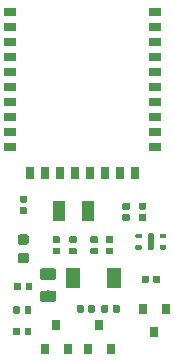
<source format=gbr>
G04 #@! TF.GenerationSoftware,KiCad,Pcbnew,(5.1.2-1)-1*
G04 #@! TF.CreationDate,2021-04-07T08:52:45+02:00*
G04 #@! TF.ProjectId,parasite,70617261-7369-4746-952e-6b696361645f,1.0.0*
G04 #@! TF.SameCoordinates,Original*
G04 #@! TF.FileFunction,Paste,Top*
G04 #@! TF.FilePolarity,Positive*
%FSLAX46Y46*%
G04 Gerber Fmt 4.6, Leading zero omitted, Abs format (unit mm)*
G04 Created by KiCad (PCBNEW (5.1.2-1)-1) date 2021-04-07 08:52:45*
%MOMM*%
%LPD*%
G04 APERTURE LIST*
%ADD10C,0.100000*%
%ADD11C,0.500000*%
%ADD12C,0.350000*%
%ADD13R,1.000000X0.650000*%
%ADD14R,0.650000X1.000000*%
%ADD15R,1.000000X1.800000*%
%ADD16C,0.590000*%
%ADD17R,0.800000X0.900000*%
%ADD18C,0.875000*%
%ADD19C,0.975000*%
%ADD20R,1.300000X1.700000*%
G04 APERTURE END LIST*
D10*
G36*
X72937252Y-49900602D02*
G01*
X72949386Y-49902402D01*
X72961286Y-49905382D01*
X72972835Y-49909515D01*
X72983925Y-49914760D01*
X72994446Y-49921066D01*
X73004299Y-49928374D01*
X73013388Y-49936612D01*
X73021626Y-49945701D01*
X73028934Y-49955554D01*
X73035240Y-49966075D01*
X73040485Y-49977165D01*
X73044618Y-49988714D01*
X73047598Y-50000614D01*
X73049398Y-50012748D01*
X73050000Y-50025000D01*
X73050000Y-51175000D01*
X73049398Y-51187252D01*
X73047598Y-51199386D01*
X73044618Y-51211286D01*
X73040485Y-51222835D01*
X73035240Y-51233925D01*
X73028934Y-51244446D01*
X73021626Y-51254299D01*
X73013388Y-51263388D01*
X73004299Y-51271626D01*
X72994446Y-51278934D01*
X72983925Y-51285240D01*
X72972835Y-51290485D01*
X72961286Y-51294618D01*
X72949386Y-51297598D01*
X72937252Y-51299398D01*
X72925000Y-51300000D01*
X72675000Y-51300000D01*
X72662748Y-51299398D01*
X72650614Y-51297598D01*
X72638714Y-51294618D01*
X72627165Y-51290485D01*
X72616075Y-51285240D01*
X72605554Y-51278934D01*
X72595701Y-51271626D01*
X72586612Y-51263388D01*
X72578374Y-51254299D01*
X72571066Y-51244446D01*
X72564760Y-51233925D01*
X72559515Y-51222835D01*
X72555382Y-51211286D01*
X72552402Y-51199386D01*
X72550602Y-51187252D01*
X72550000Y-51175000D01*
X72550000Y-50025000D01*
X72550602Y-50012748D01*
X72552402Y-50000614D01*
X72555382Y-49988714D01*
X72559515Y-49977165D01*
X72564760Y-49966075D01*
X72571066Y-49955554D01*
X72578374Y-49945701D01*
X72586612Y-49936612D01*
X72595701Y-49928374D01*
X72605554Y-49921066D01*
X72616075Y-49914760D01*
X72627165Y-49909515D01*
X72638714Y-49905382D01*
X72650614Y-49902402D01*
X72662748Y-49900602D01*
X72675000Y-49900000D01*
X72925000Y-49900000D01*
X72937252Y-49900602D01*
X72937252Y-49900602D01*
G37*
D11*
X72800000Y-50600000D03*
D10*
G36*
X71971076Y-50925421D02*
G01*
X71979570Y-50926681D01*
X71987900Y-50928768D01*
X71995985Y-50931661D01*
X72003747Y-50935332D01*
X72011112Y-50939746D01*
X72018009Y-50944862D01*
X72024372Y-50950628D01*
X72030138Y-50956991D01*
X72035254Y-50963888D01*
X72039668Y-50971253D01*
X72043339Y-50979015D01*
X72046232Y-50987100D01*
X72048319Y-50995430D01*
X72049579Y-51003924D01*
X72050000Y-51012500D01*
X72050000Y-51187500D01*
X72049579Y-51196076D01*
X72048319Y-51204570D01*
X72046232Y-51212900D01*
X72043339Y-51220985D01*
X72039668Y-51228747D01*
X72035254Y-51236112D01*
X72030138Y-51243009D01*
X72024372Y-51249372D01*
X72018009Y-51255138D01*
X72011112Y-51260254D01*
X72003747Y-51264668D01*
X71995985Y-51268339D01*
X71987900Y-51271232D01*
X71979570Y-51273319D01*
X71971076Y-51274579D01*
X71962500Y-51275000D01*
X71587500Y-51275000D01*
X71578924Y-51274579D01*
X71570430Y-51273319D01*
X71562100Y-51271232D01*
X71554015Y-51268339D01*
X71546253Y-51264668D01*
X71538888Y-51260254D01*
X71531991Y-51255138D01*
X71525628Y-51249372D01*
X71519862Y-51243009D01*
X71514746Y-51236112D01*
X71510332Y-51228747D01*
X71506661Y-51220985D01*
X71503768Y-51212900D01*
X71501681Y-51204570D01*
X71500421Y-51196076D01*
X71500000Y-51187500D01*
X71500000Y-51012500D01*
X71500421Y-51003924D01*
X71501681Y-50995430D01*
X71503768Y-50987100D01*
X71506661Y-50979015D01*
X71510332Y-50971253D01*
X71514746Y-50963888D01*
X71519862Y-50956991D01*
X71525628Y-50950628D01*
X71531991Y-50944862D01*
X71538888Y-50939746D01*
X71546253Y-50935332D01*
X71554015Y-50931661D01*
X71562100Y-50928768D01*
X71570430Y-50926681D01*
X71578924Y-50925421D01*
X71587500Y-50925000D01*
X71962500Y-50925000D01*
X71971076Y-50925421D01*
X71971076Y-50925421D01*
G37*
D12*
X71775000Y-51100000D03*
D10*
G36*
X71971076Y-49925421D02*
G01*
X71979570Y-49926681D01*
X71987900Y-49928768D01*
X71995985Y-49931661D01*
X72003747Y-49935332D01*
X72011112Y-49939746D01*
X72018009Y-49944862D01*
X72024372Y-49950628D01*
X72030138Y-49956991D01*
X72035254Y-49963888D01*
X72039668Y-49971253D01*
X72043339Y-49979015D01*
X72046232Y-49987100D01*
X72048319Y-49995430D01*
X72049579Y-50003924D01*
X72050000Y-50012500D01*
X72050000Y-50187500D01*
X72049579Y-50196076D01*
X72048319Y-50204570D01*
X72046232Y-50212900D01*
X72043339Y-50220985D01*
X72039668Y-50228747D01*
X72035254Y-50236112D01*
X72030138Y-50243009D01*
X72024372Y-50249372D01*
X72018009Y-50255138D01*
X72011112Y-50260254D01*
X72003747Y-50264668D01*
X71995985Y-50268339D01*
X71987900Y-50271232D01*
X71979570Y-50273319D01*
X71971076Y-50274579D01*
X71962500Y-50275000D01*
X71587500Y-50275000D01*
X71578924Y-50274579D01*
X71570430Y-50273319D01*
X71562100Y-50271232D01*
X71554015Y-50268339D01*
X71546253Y-50264668D01*
X71538888Y-50260254D01*
X71531991Y-50255138D01*
X71525628Y-50249372D01*
X71519862Y-50243009D01*
X71514746Y-50236112D01*
X71510332Y-50228747D01*
X71506661Y-50220985D01*
X71503768Y-50212900D01*
X71501681Y-50204570D01*
X71500421Y-50196076D01*
X71500000Y-50187500D01*
X71500000Y-50012500D01*
X71500421Y-50003924D01*
X71501681Y-49995430D01*
X71503768Y-49987100D01*
X71506661Y-49979015D01*
X71510332Y-49971253D01*
X71514746Y-49963888D01*
X71519862Y-49956991D01*
X71525628Y-49950628D01*
X71531991Y-49944862D01*
X71538888Y-49939746D01*
X71546253Y-49935332D01*
X71554015Y-49931661D01*
X71562100Y-49928768D01*
X71570430Y-49926681D01*
X71578924Y-49925421D01*
X71587500Y-49925000D01*
X71962500Y-49925000D01*
X71971076Y-49925421D01*
X71971076Y-49925421D01*
G37*
D12*
X71775000Y-50100000D03*
D10*
G36*
X74021076Y-49925421D02*
G01*
X74029570Y-49926681D01*
X74037900Y-49928768D01*
X74045985Y-49931661D01*
X74053747Y-49935332D01*
X74061112Y-49939746D01*
X74068009Y-49944862D01*
X74074372Y-49950628D01*
X74080138Y-49956991D01*
X74085254Y-49963888D01*
X74089668Y-49971253D01*
X74093339Y-49979015D01*
X74096232Y-49987100D01*
X74098319Y-49995430D01*
X74099579Y-50003924D01*
X74100000Y-50012500D01*
X74100000Y-50187500D01*
X74099579Y-50196076D01*
X74098319Y-50204570D01*
X74096232Y-50212900D01*
X74093339Y-50220985D01*
X74089668Y-50228747D01*
X74085254Y-50236112D01*
X74080138Y-50243009D01*
X74074372Y-50249372D01*
X74068009Y-50255138D01*
X74061112Y-50260254D01*
X74053747Y-50264668D01*
X74045985Y-50268339D01*
X74037900Y-50271232D01*
X74029570Y-50273319D01*
X74021076Y-50274579D01*
X74012500Y-50275000D01*
X73637500Y-50275000D01*
X73628924Y-50274579D01*
X73620430Y-50273319D01*
X73612100Y-50271232D01*
X73604015Y-50268339D01*
X73596253Y-50264668D01*
X73588888Y-50260254D01*
X73581991Y-50255138D01*
X73575628Y-50249372D01*
X73569862Y-50243009D01*
X73564746Y-50236112D01*
X73560332Y-50228747D01*
X73556661Y-50220985D01*
X73553768Y-50212900D01*
X73551681Y-50204570D01*
X73550421Y-50196076D01*
X73550000Y-50187500D01*
X73550000Y-50012500D01*
X73550421Y-50003924D01*
X73551681Y-49995430D01*
X73553768Y-49987100D01*
X73556661Y-49979015D01*
X73560332Y-49971253D01*
X73564746Y-49963888D01*
X73569862Y-49956991D01*
X73575628Y-49950628D01*
X73581991Y-49944862D01*
X73588888Y-49939746D01*
X73596253Y-49935332D01*
X73604015Y-49931661D01*
X73612100Y-49928768D01*
X73620430Y-49926681D01*
X73628924Y-49925421D01*
X73637500Y-49925000D01*
X74012500Y-49925000D01*
X74021076Y-49925421D01*
X74021076Y-49925421D01*
G37*
D12*
X73825000Y-50100000D03*
D10*
G36*
X74021076Y-50925421D02*
G01*
X74029570Y-50926681D01*
X74037900Y-50928768D01*
X74045985Y-50931661D01*
X74053747Y-50935332D01*
X74061112Y-50939746D01*
X74068009Y-50944862D01*
X74074372Y-50950628D01*
X74080138Y-50956991D01*
X74085254Y-50963888D01*
X74089668Y-50971253D01*
X74093339Y-50979015D01*
X74096232Y-50987100D01*
X74098319Y-50995430D01*
X74099579Y-51003924D01*
X74100000Y-51012500D01*
X74100000Y-51187500D01*
X74099579Y-51196076D01*
X74098319Y-51204570D01*
X74096232Y-51212900D01*
X74093339Y-51220985D01*
X74089668Y-51228747D01*
X74085254Y-51236112D01*
X74080138Y-51243009D01*
X74074372Y-51249372D01*
X74068009Y-51255138D01*
X74061112Y-51260254D01*
X74053747Y-51264668D01*
X74045985Y-51268339D01*
X74037900Y-51271232D01*
X74029570Y-51273319D01*
X74021076Y-51274579D01*
X74012500Y-51275000D01*
X73637500Y-51275000D01*
X73628924Y-51274579D01*
X73620430Y-51273319D01*
X73612100Y-51271232D01*
X73604015Y-51268339D01*
X73596253Y-51264668D01*
X73588888Y-51260254D01*
X73581991Y-51255138D01*
X73575628Y-51249372D01*
X73569862Y-51243009D01*
X73564746Y-51236112D01*
X73560332Y-51228747D01*
X73556661Y-51220985D01*
X73553768Y-51212900D01*
X73551681Y-51204570D01*
X73550421Y-51196076D01*
X73550000Y-51187500D01*
X73550000Y-51012500D01*
X73550421Y-51003924D01*
X73551681Y-50995430D01*
X73553768Y-50987100D01*
X73556661Y-50979015D01*
X73560332Y-50971253D01*
X73564746Y-50963888D01*
X73569862Y-50956991D01*
X73575628Y-50950628D01*
X73581991Y-50944862D01*
X73588888Y-50939746D01*
X73596253Y-50935332D01*
X73604015Y-50931661D01*
X73612100Y-50928768D01*
X73620430Y-50926681D01*
X73628924Y-50925421D01*
X73637500Y-50925000D01*
X74012500Y-50925000D01*
X74021076Y-50925421D01*
X74021076Y-50925421D01*
G37*
D12*
X73825000Y-51100000D03*
D13*
X60881000Y-42600000D03*
X60881000Y-41330000D03*
X60881000Y-40060000D03*
X60881000Y-38790000D03*
X60881000Y-37520000D03*
X60881000Y-36250000D03*
X60881000Y-34980000D03*
X60881000Y-33710000D03*
X60881000Y-32440000D03*
X60881000Y-31170000D03*
X73119000Y-38790000D03*
X73119000Y-31170000D03*
X73119000Y-37520000D03*
X73119000Y-32440000D03*
X73119000Y-33710000D03*
X73119000Y-34980000D03*
X73119000Y-40060000D03*
X73119000Y-36250000D03*
X73119000Y-41330000D03*
X73119000Y-42600000D03*
D14*
X70150000Y-44819000D03*
X62530000Y-44819000D03*
X68880000Y-44819000D03*
X63800000Y-44819000D03*
X65070000Y-44819000D03*
X66340000Y-44819000D03*
X71420000Y-44819000D03*
X67610000Y-44819000D03*
D15*
X67500000Y-48000000D03*
X65000000Y-48000000D03*
D10*
G36*
X72286958Y-48275710D02*
G01*
X72301276Y-48277834D01*
X72315317Y-48281351D01*
X72328946Y-48286228D01*
X72342031Y-48292417D01*
X72354447Y-48299858D01*
X72366073Y-48308481D01*
X72376798Y-48318202D01*
X72386519Y-48328927D01*
X72395142Y-48340553D01*
X72402583Y-48352969D01*
X72408772Y-48366054D01*
X72413649Y-48379683D01*
X72417166Y-48393724D01*
X72419290Y-48408042D01*
X72420000Y-48422500D01*
X72420000Y-48717500D01*
X72419290Y-48731958D01*
X72417166Y-48746276D01*
X72413649Y-48760317D01*
X72408772Y-48773946D01*
X72402583Y-48787031D01*
X72395142Y-48799447D01*
X72386519Y-48811073D01*
X72376798Y-48821798D01*
X72366073Y-48831519D01*
X72354447Y-48840142D01*
X72342031Y-48847583D01*
X72328946Y-48853772D01*
X72315317Y-48858649D01*
X72301276Y-48862166D01*
X72286958Y-48864290D01*
X72272500Y-48865000D01*
X71927500Y-48865000D01*
X71913042Y-48864290D01*
X71898724Y-48862166D01*
X71884683Y-48858649D01*
X71871054Y-48853772D01*
X71857969Y-48847583D01*
X71845553Y-48840142D01*
X71833927Y-48831519D01*
X71823202Y-48821798D01*
X71813481Y-48811073D01*
X71804858Y-48799447D01*
X71797417Y-48787031D01*
X71791228Y-48773946D01*
X71786351Y-48760317D01*
X71782834Y-48746276D01*
X71780710Y-48731958D01*
X71780000Y-48717500D01*
X71780000Y-48422500D01*
X71780710Y-48408042D01*
X71782834Y-48393724D01*
X71786351Y-48379683D01*
X71791228Y-48366054D01*
X71797417Y-48352969D01*
X71804858Y-48340553D01*
X71813481Y-48328927D01*
X71823202Y-48318202D01*
X71833927Y-48308481D01*
X71845553Y-48299858D01*
X71857969Y-48292417D01*
X71871054Y-48286228D01*
X71884683Y-48281351D01*
X71898724Y-48277834D01*
X71913042Y-48275710D01*
X71927500Y-48275000D01*
X72272500Y-48275000D01*
X72286958Y-48275710D01*
X72286958Y-48275710D01*
G37*
D16*
X72100000Y-48570000D03*
D10*
G36*
X72286958Y-47305710D02*
G01*
X72301276Y-47307834D01*
X72315317Y-47311351D01*
X72328946Y-47316228D01*
X72342031Y-47322417D01*
X72354447Y-47329858D01*
X72366073Y-47338481D01*
X72376798Y-47348202D01*
X72386519Y-47358927D01*
X72395142Y-47370553D01*
X72402583Y-47382969D01*
X72408772Y-47396054D01*
X72413649Y-47409683D01*
X72417166Y-47423724D01*
X72419290Y-47438042D01*
X72420000Y-47452500D01*
X72420000Y-47747500D01*
X72419290Y-47761958D01*
X72417166Y-47776276D01*
X72413649Y-47790317D01*
X72408772Y-47803946D01*
X72402583Y-47817031D01*
X72395142Y-47829447D01*
X72386519Y-47841073D01*
X72376798Y-47851798D01*
X72366073Y-47861519D01*
X72354447Y-47870142D01*
X72342031Y-47877583D01*
X72328946Y-47883772D01*
X72315317Y-47888649D01*
X72301276Y-47892166D01*
X72286958Y-47894290D01*
X72272500Y-47895000D01*
X71927500Y-47895000D01*
X71913042Y-47894290D01*
X71898724Y-47892166D01*
X71884683Y-47888649D01*
X71871054Y-47883772D01*
X71857969Y-47877583D01*
X71845553Y-47870142D01*
X71833927Y-47861519D01*
X71823202Y-47851798D01*
X71813481Y-47841073D01*
X71804858Y-47829447D01*
X71797417Y-47817031D01*
X71791228Y-47803946D01*
X71786351Y-47790317D01*
X71782834Y-47776276D01*
X71780710Y-47761958D01*
X71780000Y-47747500D01*
X71780000Y-47452500D01*
X71780710Y-47438042D01*
X71782834Y-47423724D01*
X71786351Y-47409683D01*
X71791228Y-47396054D01*
X71797417Y-47382969D01*
X71804858Y-47370553D01*
X71813481Y-47358927D01*
X71823202Y-47348202D01*
X71833927Y-47338481D01*
X71845553Y-47329858D01*
X71857969Y-47322417D01*
X71871054Y-47316228D01*
X71884683Y-47311351D01*
X71898724Y-47307834D01*
X71913042Y-47305710D01*
X71927500Y-47305000D01*
X72272500Y-47305000D01*
X72286958Y-47305710D01*
X72286958Y-47305710D01*
G37*
D16*
X72100000Y-47600000D03*
D10*
G36*
X70886958Y-47305710D02*
G01*
X70901276Y-47307834D01*
X70915317Y-47311351D01*
X70928946Y-47316228D01*
X70942031Y-47322417D01*
X70954447Y-47329858D01*
X70966073Y-47338481D01*
X70976798Y-47348202D01*
X70986519Y-47358927D01*
X70995142Y-47370553D01*
X71002583Y-47382969D01*
X71008772Y-47396054D01*
X71013649Y-47409683D01*
X71017166Y-47423724D01*
X71019290Y-47438042D01*
X71020000Y-47452500D01*
X71020000Y-47747500D01*
X71019290Y-47761958D01*
X71017166Y-47776276D01*
X71013649Y-47790317D01*
X71008772Y-47803946D01*
X71002583Y-47817031D01*
X70995142Y-47829447D01*
X70986519Y-47841073D01*
X70976798Y-47851798D01*
X70966073Y-47861519D01*
X70954447Y-47870142D01*
X70942031Y-47877583D01*
X70928946Y-47883772D01*
X70915317Y-47888649D01*
X70901276Y-47892166D01*
X70886958Y-47894290D01*
X70872500Y-47895000D01*
X70527500Y-47895000D01*
X70513042Y-47894290D01*
X70498724Y-47892166D01*
X70484683Y-47888649D01*
X70471054Y-47883772D01*
X70457969Y-47877583D01*
X70445553Y-47870142D01*
X70433927Y-47861519D01*
X70423202Y-47851798D01*
X70413481Y-47841073D01*
X70404858Y-47829447D01*
X70397417Y-47817031D01*
X70391228Y-47803946D01*
X70386351Y-47790317D01*
X70382834Y-47776276D01*
X70380710Y-47761958D01*
X70380000Y-47747500D01*
X70380000Y-47452500D01*
X70380710Y-47438042D01*
X70382834Y-47423724D01*
X70386351Y-47409683D01*
X70391228Y-47396054D01*
X70397417Y-47382969D01*
X70404858Y-47370553D01*
X70413481Y-47358927D01*
X70423202Y-47348202D01*
X70433927Y-47338481D01*
X70445553Y-47329858D01*
X70457969Y-47322417D01*
X70471054Y-47316228D01*
X70484683Y-47311351D01*
X70498724Y-47307834D01*
X70513042Y-47305710D01*
X70527500Y-47305000D01*
X70872500Y-47305000D01*
X70886958Y-47305710D01*
X70886958Y-47305710D01*
G37*
D16*
X70700000Y-47600000D03*
D10*
G36*
X70886958Y-48275710D02*
G01*
X70901276Y-48277834D01*
X70915317Y-48281351D01*
X70928946Y-48286228D01*
X70942031Y-48292417D01*
X70954447Y-48299858D01*
X70966073Y-48308481D01*
X70976798Y-48318202D01*
X70986519Y-48328927D01*
X70995142Y-48340553D01*
X71002583Y-48352969D01*
X71008772Y-48366054D01*
X71013649Y-48379683D01*
X71017166Y-48393724D01*
X71019290Y-48408042D01*
X71020000Y-48422500D01*
X71020000Y-48717500D01*
X71019290Y-48731958D01*
X71017166Y-48746276D01*
X71013649Y-48760317D01*
X71008772Y-48773946D01*
X71002583Y-48787031D01*
X70995142Y-48799447D01*
X70986519Y-48811073D01*
X70976798Y-48821798D01*
X70966073Y-48831519D01*
X70954447Y-48840142D01*
X70942031Y-48847583D01*
X70928946Y-48853772D01*
X70915317Y-48858649D01*
X70901276Y-48862166D01*
X70886958Y-48864290D01*
X70872500Y-48865000D01*
X70527500Y-48865000D01*
X70513042Y-48864290D01*
X70498724Y-48862166D01*
X70484683Y-48858649D01*
X70471054Y-48853772D01*
X70457969Y-48847583D01*
X70445553Y-48840142D01*
X70433927Y-48831519D01*
X70423202Y-48821798D01*
X70413481Y-48811073D01*
X70404858Y-48799447D01*
X70397417Y-48787031D01*
X70391228Y-48773946D01*
X70386351Y-48760317D01*
X70382834Y-48746276D01*
X70380710Y-48731958D01*
X70380000Y-48717500D01*
X70380000Y-48422500D01*
X70380710Y-48408042D01*
X70382834Y-48393724D01*
X70386351Y-48379683D01*
X70391228Y-48366054D01*
X70397417Y-48352969D01*
X70404858Y-48340553D01*
X70413481Y-48328927D01*
X70423202Y-48318202D01*
X70433927Y-48308481D01*
X70445553Y-48299858D01*
X70457969Y-48292417D01*
X70471054Y-48286228D01*
X70484683Y-48281351D01*
X70498724Y-48277834D01*
X70513042Y-48275710D01*
X70527500Y-48275000D01*
X70872500Y-48275000D01*
X70886958Y-48275710D01*
X70886958Y-48275710D01*
G37*
D16*
X70700000Y-48570000D03*
D10*
G36*
X69486958Y-50135710D02*
G01*
X69501276Y-50137834D01*
X69515317Y-50141351D01*
X69528946Y-50146228D01*
X69542031Y-50152417D01*
X69554447Y-50159858D01*
X69566073Y-50168481D01*
X69576798Y-50178202D01*
X69586519Y-50188927D01*
X69595142Y-50200553D01*
X69602583Y-50212969D01*
X69608772Y-50226054D01*
X69613649Y-50239683D01*
X69617166Y-50253724D01*
X69619290Y-50268042D01*
X69620000Y-50282500D01*
X69620000Y-50577500D01*
X69619290Y-50591958D01*
X69617166Y-50606276D01*
X69613649Y-50620317D01*
X69608772Y-50633946D01*
X69602583Y-50647031D01*
X69595142Y-50659447D01*
X69586519Y-50671073D01*
X69576798Y-50681798D01*
X69566073Y-50691519D01*
X69554447Y-50700142D01*
X69542031Y-50707583D01*
X69528946Y-50713772D01*
X69515317Y-50718649D01*
X69501276Y-50722166D01*
X69486958Y-50724290D01*
X69472500Y-50725000D01*
X69127500Y-50725000D01*
X69113042Y-50724290D01*
X69098724Y-50722166D01*
X69084683Y-50718649D01*
X69071054Y-50713772D01*
X69057969Y-50707583D01*
X69045553Y-50700142D01*
X69033927Y-50691519D01*
X69023202Y-50681798D01*
X69013481Y-50671073D01*
X69004858Y-50659447D01*
X68997417Y-50647031D01*
X68991228Y-50633946D01*
X68986351Y-50620317D01*
X68982834Y-50606276D01*
X68980710Y-50591958D01*
X68980000Y-50577500D01*
X68980000Y-50282500D01*
X68980710Y-50268042D01*
X68982834Y-50253724D01*
X68986351Y-50239683D01*
X68991228Y-50226054D01*
X68997417Y-50212969D01*
X69004858Y-50200553D01*
X69013481Y-50188927D01*
X69023202Y-50178202D01*
X69033927Y-50168481D01*
X69045553Y-50159858D01*
X69057969Y-50152417D01*
X69071054Y-50146228D01*
X69084683Y-50141351D01*
X69098724Y-50137834D01*
X69113042Y-50135710D01*
X69127500Y-50135000D01*
X69472500Y-50135000D01*
X69486958Y-50135710D01*
X69486958Y-50135710D01*
G37*
D16*
X69300000Y-50430000D03*
D10*
G36*
X69486958Y-51105710D02*
G01*
X69501276Y-51107834D01*
X69515317Y-51111351D01*
X69528946Y-51116228D01*
X69542031Y-51122417D01*
X69554447Y-51129858D01*
X69566073Y-51138481D01*
X69576798Y-51148202D01*
X69586519Y-51158927D01*
X69595142Y-51170553D01*
X69602583Y-51182969D01*
X69608772Y-51196054D01*
X69613649Y-51209683D01*
X69617166Y-51223724D01*
X69619290Y-51238042D01*
X69620000Y-51252500D01*
X69620000Y-51547500D01*
X69619290Y-51561958D01*
X69617166Y-51576276D01*
X69613649Y-51590317D01*
X69608772Y-51603946D01*
X69602583Y-51617031D01*
X69595142Y-51629447D01*
X69586519Y-51641073D01*
X69576798Y-51651798D01*
X69566073Y-51661519D01*
X69554447Y-51670142D01*
X69542031Y-51677583D01*
X69528946Y-51683772D01*
X69515317Y-51688649D01*
X69501276Y-51692166D01*
X69486958Y-51694290D01*
X69472500Y-51695000D01*
X69127500Y-51695000D01*
X69113042Y-51694290D01*
X69098724Y-51692166D01*
X69084683Y-51688649D01*
X69071054Y-51683772D01*
X69057969Y-51677583D01*
X69045553Y-51670142D01*
X69033927Y-51661519D01*
X69023202Y-51651798D01*
X69013481Y-51641073D01*
X69004858Y-51629447D01*
X68997417Y-51617031D01*
X68991228Y-51603946D01*
X68986351Y-51590317D01*
X68982834Y-51576276D01*
X68980710Y-51561958D01*
X68980000Y-51547500D01*
X68980000Y-51252500D01*
X68980710Y-51238042D01*
X68982834Y-51223724D01*
X68986351Y-51209683D01*
X68991228Y-51196054D01*
X68997417Y-51182969D01*
X69004858Y-51170553D01*
X69013481Y-51158927D01*
X69023202Y-51148202D01*
X69033927Y-51138481D01*
X69045553Y-51129858D01*
X69057969Y-51122417D01*
X69071054Y-51116228D01*
X69084683Y-51111351D01*
X69098724Y-51107834D01*
X69113042Y-51105710D01*
X69127500Y-51105000D01*
X69472500Y-51105000D01*
X69486958Y-51105710D01*
X69486958Y-51105710D01*
G37*
D16*
X69300000Y-51400000D03*
D10*
G36*
X70031958Y-55980710D02*
G01*
X70046276Y-55982834D01*
X70060317Y-55986351D01*
X70073946Y-55991228D01*
X70087031Y-55997417D01*
X70099447Y-56004858D01*
X70111073Y-56013481D01*
X70121798Y-56023202D01*
X70131519Y-56033927D01*
X70140142Y-56045553D01*
X70147583Y-56057969D01*
X70153772Y-56071054D01*
X70158649Y-56084683D01*
X70162166Y-56098724D01*
X70164290Y-56113042D01*
X70165000Y-56127500D01*
X70165000Y-56472500D01*
X70164290Y-56486958D01*
X70162166Y-56501276D01*
X70158649Y-56515317D01*
X70153772Y-56528946D01*
X70147583Y-56542031D01*
X70140142Y-56554447D01*
X70131519Y-56566073D01*
X70121798Y-56576798D01*
X70111073Y-56586519D01*
X70099447Y-56595142D01*
X70087031Y-56602583D01*
X70073946Y-56608772D01*
X70060317Y-56613649D01*
X70046276Y-56617166D01*
X70031958Y-56619290D01*
X70017500Y-56620000D01*
X69722500Y-56620000D01*
X69708042Y-56619290D01*
X69693724Y-56617166D01*
X69679683Y-56613649D01*
X69666054Y-56608772D01*
X69652969Y-56602583D01*
X69640553Y-56595142D01*
X69628927Y-56586519D01*
X69618202Y-56576798D01*
X69608481Y-56566073D01*
X69599858Y-56554447D01*
X69592417Y-56542031D01*
X69586228Y-56528946D01*
X69581351Y-56515317D01*
X69577834Y-56501276D01*
X69575710Y-56486958D01*
X69575000Y-56472500D01*
X69575000Y-56127500D01*
X69575710Y-56113042D01*
X69577834Y-56098724D01*
X69581351Y-56084683D01*
X69586228Y-56071054D01*
X69592417Y-56057969D01*
X69599858Y-56045553D01*
X69608481Y-56033927D01*
X69618202Y-56023202D01*
X69628927Y-56013481D01*
X69640553Y-56004858D01*
X69652969Y-55997417D01*
X69666054Y-55991228D01*
X69679683Y-55986351D01*
X69693724Y-55982834D01*
X69708042Y-55980710D01*
X69722500Y-55980000D01*
X70017500Y-55980000D01*
X70031958Y-55980710D01*
X70031958Y-55980710D01*
G37*
D16*
X69870000Y-56300000D03*
D10*
G36*
X69061958Y-55980710D02*
G01*
X69076276Y-55982834D01*
X69090317Y-55986351D01*
X69103946Y-55991228D01*
X69117031Y-55997417D01*
X69129447Y-56004858D01*
X69141073Y-56013481D01*
X69151798Y-56023202D01*
X69161519Y-56033927D01*
X69170142Y-56045553D01*
X69177583Y-56057969D01*
X69183772Y-56071054D01*
X69188649Y-56084683D01*
X69192166Y-56098724D01*
X69194290Y-56113042D01*
X69195000Y-56127500D01*
X69195000Y-56472500D01*
X69194290Y-56486958D01*
X69192166Y-56501276D01*
X69188649Y-56515317D01*
X69183772Y-56528946D01*
X69177583Y-56542031D01*
X69170142Y-56554447D01*
X69161519Y-56566073D01*
X69151798Y-56576798D01*
X69141073Y-56586519D01*
X69129447Y-56595142D01*
X69117031Y-56602583D01*
X69103946Y-56608772D01*
X69090317Y-56613649D01*
X69076276Y-56617166D01*
X69061958Y-56619290D01*
X69047500Y-56620000D01*
X68752500Y-56620000D01*
X68738042Y-56619290D01*
X68723724Y-56617166D01*
X68709683Y-56613649D01*
X68696054Y-56608772D01*
X68682969Y-56602583D01*
X68670553Y-56595142D01*
X68658927Y-56586519D01*
X68648202Y-56576798D01*
X68638481Y-56566073D01*
X68629858Y-56554447D01*
X68622417Y-56542031D01*
X68616228Y-56528946D01*
X68611351Y-56515317D01*
X68607834Y-56501276D01*
X68605710Y-56486958D01*
X68605000Y-56472500D01*
X68605000Y-56127500D01*
X68605710Y-56113042D01*
X68607834Y-56098724D01*
X68611351Y-56084683D01*
X68616228Y-56071054D01*
X68622417Y-56057969D01*
X68629858Y-56045553D01*
X68638481Y-56033927D01*
X68648202Y-56023202D01*
X68658927Y-56013481D01*
X68670553Y-56004858D01*
X68682969Y-55997417D01*
X68696054Y-55991228D01*
X68709683Y-55986351D01*
X68723724Y-55982834D01*
X68738042Y-55980710D01*
X68752500Y-55980000D01*
X69047500Y-55980000D01*
X69061958Y-55980710D01*
X69061958Y-55980710D01*
G37*
D16*
X68900000Y-56300000D03*
D10*
G36*
X61591958Y-57880710D02*
G01*
X61606276Y-57882834D01*
X61620317Y-57886351D01*
X61633946Y-57891228D01*
X61647031Y-57897417D01*
X61659447Y-57904858D01*
X61671073Y-57913481D01*
X61681798Y-57923202D01*
X61691519Y-57933927D01*
X61700142Y-57945553D01*
X61707583Y-57957969D01*
X61713772Y-57971054D01*
X61718649Y-57984683D01*
X61722166Y-57998724D01*
X61724290Y-58013042D01*
X61725000Y-58027500D01*
X61725000Y-58372500D01*
X61724290Y-58386958D01*
X61722166Y-58401276D01*
X61718649Y-58415317D01*
X61713772Y-58428946D01*
X61707583Y-58442031D01*
X61700142Y-58454447D01*
X61691519Y-58466073D01*
X61681798Y-58476798D01*
X61671073Y-58486519D01*
X61659447Y-58495142D01*
X61647031Y-58502583D01*
X61633946Y-58508772D01*
X61620317Y-58513649D01*
X61606276Y-58517166D01*
X61591958Y-58519290D01*
X61577500Y-58520000D01*
X61282500Y-58520000D01*
X61268042Y-58519290D01*
X61253724Y-58517166D01*
X61239683Y-58513649D01*
X61226054Y-58508772D01*
X61212969Y-58502583D01*
X61200553Y-58495142D01*
X61188927Y-58486519D01*
X61178202Y-58476798D01*
X61168481Y-58466073D01*
X61159858Y-58454447D01*
X61152417Y-58442031D01*
X61146228Y-58428946D01*
X61141351Y-58415317D01*
X61137834Y-58401276D01*
X61135710Y-58386958D01*
X61135000Y-58372500D01*
X61135000Y-58027500D01*
X61135710Y-58013042D01*
X61137834Y-57998724D01*
X61141351Y-57984683D01*
X61146228Y-57971054D01*
X61152417Y-57957969D01*
X61159858Y-57945553D01*
X61168481Y-57933927D01*
X61178202Y-57923202D01*
X61188927Y-57913481D01*
X61200553Y-57904858D01*
X61212969Y-57897417D01*
X61226054Y-57891228D01*
X61239683Y-57886351D01*
X61253724Y-57882834D01*
X61268042Y-57880710D01*
X61282500Y-57880000D01*
X61577500Y-57880000D01*
X61591958Y-57880710D01*
X61591958Y-57880710D01*
G37*
D16*
X61430000Y-58200000D03*
D10*
G36*
X62561958Y-57880710D02*
G01*
X62576276Y-57882834D01*
X62590317Y-57886351D01*
X62603946Y-57891228D01*
X62617031Y-57897417D01*
X62629447Y-57904858D01*
X62641073Y-57913481D01*
X62651798Y-57923202D01*
X62661519Y-57933927D01*
X62670142Y-57945553D01*
X62677583Y-57957969D01*
X62683772Y-57971054D01*
X62688649Y-57984683D01*
X62692166Y-57998724D01*
X62694290Y-58013042D01*
X62695000Y-58027500D01*
X62695000Y-58372500D01*
X62694290Y-58386958D01*
X62692166Y-58401276D01*
X62688649Y-58415317D01*
X62683772Y-58428946D01*
X62677583Y-58442031D01*
X62670142Y-58454447D01*
X62661519Y-58466073D01*
X62651798Y-58476798D01*
X62641073Y-58486519D01*
X62629447Y-58495142D01*
X62617031Y-58502583D01*
X62603946Y-58508772D01*
X62590317Y-58513649D01*
X62576276Y-58517166D01*
X62561958Y-58519290D01*
X62547500Y-58520000D01*
X62252500Y-58520000D01*
X62238042Y-58519290D01*
X62223724Y-58517166D01*
X62209683Y-58513649D01*
X62196054Y-58508772D01*
X62182969Y-58502583D01*
X62170553Y-58495142D01*
X62158927Y-58486519D01*
X62148202Y-58476798D01*
X62138481Y-58466073D01*
X62129858Y-58454447D01*
X62122417Y-58442031D01*
X62116228Y-58428946D01*
X62111351Y-58415317D01*
X62107834Y-58401276D01*
X62105710Y-58386958D01*
X62105000Y-58372500D01*
X62105000Y-58027500D01*
X62105710Y-58013042D01*
X62107834Y-57998724D01*
X62111351Y-57984683D01*
X62116228Y-57971054D01*
X62122417Y-57957969D01*
X62129858Y-57945553D01*
X62138481Y-57933927D01*
X62148202Y-57923202D01*
X62158927Y-57913481D01*
X62170553Y-57904858D01*
X62182969Y-57897417D01*
X62196054Y-57891228D01*
X62209683Y-57886351D01*
X62223724Y-57882834D01*
X62238042Y-57880710D01*
X62252500Y-57880000D01*
X62547500Y-57880000D01*
X62561958Y-57880710D01*
X62561958Y-57880710D01*
G37*
D16*
X62400000Y-58200000D03*
D10*
G36*
X67946958Y-55980710D02*
G01*
X67961276Y-55982834D01*
X67975317Y-55986351D01*
X67988946Y-55991228D01*
X68002031Y-55997417D01*
X68014447Y-56004858D01*
X68026073Y-56013481D01*
X68036798Y-56023202D01*
X68046519Y-56033927D01*
X68055142Y-56045553D01*
X68062583Y-56057969D01*
X68068772Y-56071054D01*
X68073649Y-56084683D01*
X68077166Y-56098724D01*
X68079290Y-56113042D01*
X68080000Y-56127500D01*
X68080000Y-56472500D01*
X68079290Y-56486958D01*
X68077166Y-56501276D01*
X68073649Y-56515317D01*
X68068772Y-56528946D01*
X68062583Y-56542031D01*
X68055142Y-56554447D01*
X68046519Y-56566073D01*
X68036798Y-56576798D01*
X68026073Y-56586519D01*
X68014447Y-56595142D01*
X68002031Y-56602583D01*
X67988946Y-56608772D01*
X67975317Y-56613649D01*
X67961276Y-56617166D01*
X67946958Y-56619290D01*
X67932500Y-56620000D01*
X67637500Y-56620000D01*
X67623042Y-56619290D01*
X67608724Y-56617166D01*
X67594683Y-56613649D01*
X67581054Y-56608772D01*
X67567969Y-56602583D01*
X67555553Y-56595142D01*
X67543927Y-56586519D01*
X67533202Y-56576798D01*
X67523481Y-56566073D01*
X67514858Y-56554447D01*
X67507417Y-56542031D01*
X67501228Y-56528946D01*
X67496351Y-56515317D01*
X67492834Y-56501276D01*
X67490710Y-56486958D01*
X67490000Y-56472500D01*
X67490000Y-56127500D01*
X67490710Y-56113042D01*
X67492834Y-56098724D01*
X67496351Y-56084683D01*
X67501228Y-56071054D01*
X67507417Y-56057969D01*
X67514858Y-56045553D01*
X67523481Y-56033927D01*
X67533202Y-56023202D01*
X67543927Y-56013481D01*
X67555553Y-56004858D01*
X67567969Y-55997417D01*
X67581054Y-55991228D01*
X67594683Y-55986351D01*
X67608724Y-55982834D01*
X67623042Y-55980710D01*
X67637500Y-55980000D01*
X67932500Y-55980000D01*
X67946958Y-55980710D01*
X67946958Y-55980710D01*
G37*
D16*
X67785000Y-56300000D03*
D10*
G36*
X66976958Y-55980710D02*
G01*
X66991276Y-55982834D01*
X67005317Y-55986351D01*
X67018946Y-55991228D01*
X67032031Y-55997417D01*
X67044447Y-56004858D01*
X67056073Y-56013481D01*
X67066798Y-56023202D01*
X67076519Y-56033927D01*
X67085142Y-56045553D01*
X67092583Y-56057969D01*
X67098772Y-56071054D01*
X67103649Y-56084683D01*
X67107166Y-56098724D01*
X67109290Y-56113042D01*
X67110000Y-56127500D01*
X67110000Y-56472500D01*
X67109290Y-56486958D01*
X67107166Y-56501276D01*
X67103649Y-56515317D01*
X67098772Y-56528946D01*
X67092583Y-56542031D01*
X67085142Y-56554447D01*
X67076519Y-56566073D01*
X67066798Y-56576798D01*
X67056073Y-56586519D01*
X67044447Y-56595142D01*
X67032031Y-56602583D01*
X67018946Y-56608772D01*
X67005317Y-56613649D01*
X66991276Y-56617166D01*
X66976958Y-56619290D01*
X66962500Y-56620000D01*
X66667500Y-56620000D01*
X66653042Y-56619290D01*
X66638724Y-56617166D01*
X66624683Y-56613649D01*
X66611054Y-56608772D01*
X66597969Y-56602583D01*
X66585553Y-56595142D01*
X66573927Y-56586519D01*
X66563202Y-56576798D01*
X66553481Y-56566073D01*
X66544858Y-56554447D01*
X66537417Y-56542031D01*
X66531228Y-56528946D01*
X66526351Y-56515317D01*
X66522834Y-56501276D01*
X66520710Y-56486958D01*
X66520000Y-56472500D01*
X66520000Y-56127500D01*
X66520710Y-56113042D01*
X66522834Y-56098724D01*
X66526351Y-56084683D01*
X66531228Y-56071054D01*
X66537417Y-56057969D01*
X66544858Y-56045553D01*
X66553481Y-56033927D01*
X66563202Y-56023202D01*
X66573927Y-56013481D01*
X66585553Y-56004858D01*
X66597969Y-55997417D01*
X66611054Y-55991228D01*
X66624683Y-55986351D01*
X66638724Y-55982834D01*
X66653042Y-55980710D01*
X66667500Y-55980000D01*
X66962500Y-55980000D01*
X66976958Y-55980710D01*
X66976958Y-55980710D01*
G37*
D16*
X66815000Y-56300000D03*
D10*
G36*
X62186958Y-47675710D02*
G01*
X62201276Y-47677834D01*
X62215317Y-47681351D01*
X62228946Y-47686228D01*
X62242031Y-47692417D01*
X62254447Y-47699858D01*
X62266073Y-47708481D01*
X62276798Y-47718202D01*
X62286519Y-47728927D01*
X62295142Y-47740553D01*
X62302583Y-47752969D01*
X62308772Y-47766054D01*
X62313649Y-47779683D01*
X62317166Y-47793724D01*
X62319290Y-47808042D01*
X62320000Y-47822500D01*
X62320000Y-48117500D01*
X62319290Y-48131958D01*
X62317166Y-48146276D01*
X62313649Y-48160317D01*
X62308772Y-48173946D01*
X62302583Y-48187031D01*
X62295142Y-48199447D01*
X62286519Y-48211073D01*
X62276798Y-48221798D01*
X62266073Y-48231519D01*
X62254447Y-48240142D01*
X62242031Y-48247583D01*
X62228946Y-48253772D01*
X62215317Y-48258649D01*
X62201276Y-48262166D01*
X62186958Y-48264290D01*
X62172500Y-48265000D01*
X61827500Y-48265000D01*
X61813042Y-48264290D01*
X61798724Y-48262166D01*
X61784683Y-48258649D01*
X61771054Y-48253772D01*
X61757969Y-48247583D01*
X61745553Y-48240142D01*
X61733927Y-48231519D01*
X61723202Y-48221798D01*
X61713481Y-48211073D01*
X61704858Y-48199447D01*
X61697417Y-48187031D01*
X61691228Y-48173946D01*
X61686351Y-48160317D01*
X61682834Y-48146276D01*
X61680710Y-48131958D01*
X61680000Y-48117500D01*
X61680000Y-47822500D01*
X61680710Y-47808042D01*
X61682834Y-47793724D01*
X61686351Y-47779683D01*
X61691228Y-47766054D01*
X61697417Y-47752969D01*
X61704858Y-47740553D01*
X61713481Y-47728927D01*
X61723202Y-47718202D01*
X61733927Y-47708481D01*
X61745553Y-47699858D01*
X61757969Y-47692417D01*
X61771054Y-47686228D01*
X61784683Y-47681351D01*
X61798724Y-47677834D01*
X61813042Y-47675710D01*
X61827500Y-47675000D01*
X62172500Y-47675000D01*
X62186958Y-47675710D01*
X62186958Y-47675710D01*
G37*
D16*
X62000000Y-47970000D03*
D10*
G36*
X62186958Y-46705710D02*
G01*
X62201276Y-46707834D01*
X62215317Y-46711351D01*
X62228946Y-46716228D01*
X62242031Y-46722417D01*
X62254447Y-46729858D01*
X62266073Y-46738481D01*
X62276798Y-46748202D01*
X62286519Y-46758927D01*
X62295142Y-46770553D01*
X62302583Y-46782969D01*
X62308772Y-46796054D01*
X62313649Y-46809683D01*
X62317166Y-46823724D01*
X62319290Y-46838042D01*
X62320000Y-46852500D01*
X62320000Y-47147500D01*
X62319290Y-47161958D01*
X62317166Y-47176276D01*
X62313649Y-47190317D01*
X62308772Y-47203946D01*
X62302583Y-47217031D01*
X62295142Y-47229447D01*
X62286519Y-47241073D01*
X62276798Y-47251798D01*
X62266073Y-47261519D01*
X62254447Y-47270142D01*
X62242031Y-47277583D01*
X62228946Y-47283772D01*
X62215317Y-47288649D01*
X62201276Y-47292166D01*
X62186958Y-47294290D01*
X62172500Y-47295000D01*
X61827500Y-47295000D01*
X61813042Y-47294290D01*
X61798724Y-47292166D01*
X61784683Y-47288649D01*
X61771054Y-47283772D01*
X61757969Y-47277583D01*
X61745553Y-47270142D01*
X61733927Y-47261519D01*
X61723202Y-47251798D01*
X61713481Y-47241073D01*
X61704858Y-47229447D01*
X61697417Y-47217031D01*
X61691228Y-47203946D01*
X61686351Y-47190317D01*
X61682834Y-47176276D01*
X61680710Y-47161958D01*
X61680000Y-47147500D01*
X61680000Y-46852500D01*
X61680710Y-46838042D01*
X61682834Y-46823724D01*
X61686351Y-46809683D01*
X61691228Y-46796054D01*
X61697417Y-46782969D01*
X61704858Y-46770553D01*
X61713481Y-46758927D01*
X61723202Y-46748202D01*
X61733927Y-46738481D01*
X61745553Y-46729858D01*
X61757969Y-46722417D01*
X61771054Y-46716228D01*
X61784683Y-46711351D01*
X61798724Y-46707834D01*
X61813042Y-46705710D01*
X61827500Y-46705000D01*
X62172500Y-46705000D01*
X62186958Y-46705710D01*
X62186958Y-46705710D01*
G37*
D16*
X62000000Y-47000000D03*
D10*
G36*
X62646958Y-54080710D02*
G01*
X62661276Y-54082834D01*
X62675317Y-54086351D01*
X62688946Y-54091228D01*
X62702031Y-54097417D01*
X62714447Y-54104858D01*
X62726073Y-54113481D01*
X62736798Y-54123202D01*
X62746519Y-54133927D01*
X62755142Y-54145553D01*
X62762583Y-54157969D01*
X62768772Y-54171054D01*
X62773649Y-54184683D01*
X62777166Y-54198724D01*
X62779290Y-54213042D01*
X62780000Y-54227500D01*
X62780000Y-54572500D01*
X62779290Y-54586958D01*
X62777166Y-54601276D01*
X62773649Y-54615317D01*
X62768772Y-54628946D01*
X62762583Y-54642031D01*
X62755142Y-54654447D01*
X62746519Y-54666073D01*
X62736798Y-54676798D01*
X62726073Y-54686519D01*
X62714447Y-54695142D01*
X62702031Y-54702583D01*
X62688946Y-54708772D01*
X62675317Y-54713649D01*
X62661276Y-54717166D01*
X62646958Y-54719290D01*
X62632500Y-54720000D01*
X62337500Y-54720000D01*
X62323042Y-54719290D01*
X62308724Y-54717166D01*
X62294683Y-54713649D01*
X62281054Y-54708772D01*
X62267969Y-54702583D01*
X62255553Y-54695142D01*
X62243927Y-54686519D01*
X62233202Y-54676798D01*
X62223481Y-54666073D01*
X62214858Y-54654447D01*
X62207417Y-54642031D01*
X62201228Y-54628946D01*
X62196351Y-54615317D01*
X62192834Y-54601276D01*
X62190710Y-54586958D01*
X62190000Y-54572500D01*
X62190000Y-54227500D01*
X62190710Y-54213042D01*
X62192834Y-54198724D01*
X62196351Y-54184683D01*
X62201228Y-54171054D01*
X62207417Y-54157969D01*
X62214858Y-54145553D01*
X62223481Y-54133927D01*
X62233202Y-54123202D01*
X62243927Y-54113481D01*
X62255553Y-54104858D01*
X62267969Y-54097417D01*
X62281054Y-54091228D01*
X62294683Y-54086351D01*
X62308724Y-54082834D01*
X62323042Y-54080710D01*
X62337500Y-54080000D01*
X62632500Y-54080000D01*
X62646958Y-54080710D01*
X62646958Y-54080710D01*
G37*
D16*
X62485000Y-54400000D03*
D10*
G36*
X61676958Y-54080710D02*
G01*
X61691276Y-54082834D01*
X61705317Y-54086351D01*
X61718946Y-54091228D01*
X61732031Y-54097417D01*
X61744447Y-54104858D01*
X61756073Y-54113481D01*
X61766798Y-54123202D01*
X61776519Y-54133927D01*
X61785142Y-54145553D01*
X61792583Y-54157969D01*
X61798772Y-54171054D01*
X61803649Y-54184683D01*
X61807166Y-54198724D01*
X61809290Y-54213042D01*
X61810000Y-54227500D01*
X61810000Y-54572500D01*
X61809290Y-54586958D01*
X61807166Y-54601276D01*
X61803649Y-54615317D01*
X61798772Y-54628946D01*
X61792583Y-54642031D01*
X61785142Y-54654447D01*
X61776519Y-54666073D01*
X61766798Y-54676798D01*
X61756073Y-54686519D01*
X61744447Y-54695142D01*
X61732031Y-54702583D01*
X61718946Y-54708772D01*
X61705317Y-54713649D01*
X61691276Y-54717166D01*
X61676958Y-54719290D01*
X61662500Y-54720000D01*
X61367500Y-54720000D01*
X61353042Y-54719290D01*
X61338724Y-54717166D01*
X61324683Y-54713649D01*
X61311054Y-54708772D01*
X61297969Y-54702583D01*
X61285553Y-54695142D01*
X61273927Y-54686519D01*
X61263202Y-54676798D01*
X61253481Y-54666073D01*
X61244858Y-54654447D01*
X61237417Y-54642031D01*
X61231228Y-54628946D01*
X61226351Y-54615317D01*
X61222834Y-54601276D01*
X61220710Y-54586958D01*
X61220000Y-54572500D01*
X61220000Y-54227500D01*
X61220710Y-54213042D01*
X61222834Y-54198724D01*
X61226351Y-54184683D01*
X61231228Y-54171054D01*
X61237417Y-54157969D01*
X61244858Y-54145553D01*
X61253481Y-54133927D01*
X61263202Y-54123202D01*
X61273927Y-54113481D01*
X61285553Y-54104858D01*
X61297969Y-54097417D01*
X61311054Y-54091228D01*
X61324683Y-54086351D01*
X61338724Y-54082834D01*
X61353042Y-54080710D01*
X61367500Y-54080000D01*
X61662500Y-54080000D01*
X61676958Y-54080710D01*
X61676958Y-54080710D01*
G37*
D16*
X61515000Y-54400000D03*
D17*
X73100000Y-58300000D03*
X72150000Y-56300000D03*
X74050000Y-56300000D03*
D10*
G36*
X62277691Y-49988553D02*
G01*
X62298926Y-49991703D01*
X62319750Y-49996919D01*
X62339962Y-50004151D01*
X62359368Y-50013330D01*
X62377781Y-50024366D01*
X62395024Y-50037154D01*
X62410930Y-50051570D01*
X62425346Y-50067476D01*
X62438134Y-50084719D01*
X62449170Y-50103132D01*
X62458349Y-50122538D01*
X62465581Y-50142750D01*
X62470797Y-50163574D01*
X62473947Y-50184809D01*
X62475000Y-50206250D01*
X62475000Y-50643750D01*
X62473947Y-50665191D01*
X62470797Y-50686426D01*
X62465581Y-50707250D01*
X62458349Y-50727462D01*
X62449170Y-50746868D01*
X62438134Y-50765281D01*
X62425346Y-50782524D01*
X62410930Y-50798430D01*
X62395024Y-50812846D01*
X62377781Y-50825634D01*
X62359368Y-50836670D01*
X62339962Y-50845849D01*
X62319750Y-50853081D01*
X62298926Y-50858297D01*
X62277691Y-50861447D01*
X62256250Y-50862500D01*
X61743750Y-50862500D01*
X61722309Y-50861447D01*
X61701074Y-50858297D01*
X61680250Y-50853081D01*
X61660038Y-50845849D01*
X61640632Y-50836670D01*
X61622219Y-50825634D01*
X61604976Y-50812846D01*
X61589070Y-50798430D01*
X61574654Y-50782524D01*
X61561866Y-50765281D01*
X61550830Y-50746868D01*
X61541651Y-50727462D01*
X61534419Y-50707250D01*
X61529203Y-50686426D01*
X61526053Y-50665191D01*
X61525000Y-50643750D01*
X61525000Y-50206250D01*
X61526053Y-50184809D01*
X61529203Y-50163574D01*
X61534419Y-50142750D01*
X61541651Y-50122538D01*
X61550830Y-50103132D01*
X61561866Y-50084719D01*
X61574654Y-50067476D01*
X61589070Y-50051570D01*
X61604976Y-50037154D01*
X61622219Y-50024366D01*
X61640632Y-50013330D01*
X61660038Y-50004151D01*
X61680250Y-49996919D01*
X61701074Y-49991703D01*
X61722309Y-49988553D01*
X61743750Y-49987500D01*
X62256250Y-49987500D01*
X62277691Y-49988553D01*
X62277691Y-49988553D01*
G37*
D18*
X62000000Y-50425000D03*
D10*
G36*
X62277691Y-51563553D02*
G01*
X62298926Y-51566703D01*
X62319750Y-51571919D01*
X62339962Y-51579151D01*
X62359368Y-51588330D01*
X62377781Y-51599366D01*
X62395024Y-51612154D01*
X62410930Y-51626570D01*
X62425346Y-51642476D01*
X62438134Y-51659719D01*
X62449170Y-51678132D01*
X62458349Y-51697538D01*
X62465581Y-51717750D01*
X62470797Y-51738574D01*
X62473947Y-51759809D01*
X62475000Y-51781250D01*
X62475000Y-52218750D01*
X62473947Y-52240191D01*
X62470797Y-52261426D01*
X62465581Y-52282250D01*
X62458349Y-52302462D01*
X62449170Y-52321868D01*
X62438134Y-52340281D01*
X62425346Y-52357524D01*
X62410930Y-52373430D01*
X62395024Y-52387846D01*
X62377781Y-52400634D01*
X62359368Y-52411670D01*
X62339962Y-52420849D01*
X62319750Y-52428081D01*
X62298926Y-52433297D01*
X62277691Y-52436447D01*
X62256250Y-52437500D01*
X61743750Y-52437500D01*
X61722309Y-52436447D01*
X61701074Y-52433297D01*
X61680250Y-52428081D01*
X61660038Y-52420849D01*
X61640632Y-52411670D01*
X61622219Y-52400634D01*
X61604976Y-52387846D01*
X61589070Y-52373430D01*
X61574654Y-52357524D01*
X61561866Y-52340281D01*
X61550830Y-52321868D01*
X61541651Y-52302462D01*
X61534419Y-52282250D01*
X61529203Y-52261426D01*
X61526053Y-52240191D01*
X61525000Y-52218750D01*
X61525000Y-51781250D01*
X61526053Y-51759809D01*
X61529203Y-51738574D01*
X61534419Y-51717750D01*
X61541651Y-51697538D01*
X61550830Y-51678132D01*
X61561866Y-51659719D01*
X61574654Y-51642476D01*
X61589070Y-51626570D01*
X61604976Y-51612154D01*
X61622219Y-51599366D01*
X61640632Y-51588330D01*
X61660038Y-51579151D01*
X61680250Y-51571919D01*
X61701074Y-51566703D01*
X61722309Y-51563553D01*
X61743750Y-51562500D01*
X62256250Y-51562500D01*
X62277691Y-51563553D01*
X62277691Y-51563553D01*
G37*
D18*
X62000000Y-52000000D03*
D10*
G36*
X61591958Y-56080710D02*
G01*
X61606276Y-56082834D01*
X61620317Y-56086351D01*
X61633946Y-56091228D01*
X61647031Y-56097417D01*
X61659447Y-56104858D01*
X61671073Y-56113481D01*
X61681798Y-56123202D01*
X61691519Y-56133927D01*
X61700142Y-56145553D01*
X61707583Y-56157969D01*
X61713772Y-56171054D01*
X61718649Y-56184683D01*
X61722166Y-56198724D01*
X61724290Y-56213042D01*
X61725000Y-56227500D01*
X61725000Y-56572500D01*
X61724290Y-56586958D01*
X61722166Y-56601276D01*
X61718649Y-56615317D01*
X61713772Y-56628946D01*
X61707583Y-56642031D01*
X61700142Y-56654447D01*
X61691519Y-56666073D01*
X61681798Y-56676798D01*
X61671073Y-56686519D01*
X61659447Y-56695142D01*
X61647031Y-56702583D01*
X61633946Y-56708772D01*
X61620317Y-56713649D01*
X61606276Y-56717166D01*
X61591958Y-56719290D01*
X61577500Y-56720000D01*
X61282500Y-56720000D01*
X61268042Y-56719290D01*
X61253724Y-56717166D01*
X61239683Y-56713649D01*
X61226054Y-56708772D01*
X61212969Y-56702583D01*
X61200553Y-56695142D01*
X61188927Y-56686519D01*
X61178202Y-56676798D01*
X61168481Y-56666073D01*
X61159858Y-56654447D01*
X61152417Y-56642031D01*
X61146228Y-56628946D01*
X61141351Y-56615317D01*
X61137834Y-56601276D01*
X61135710Y-56586958D01*
X61135000Y-56572500D01*
X61135000Y-56227500D01*
X61135710Y-56213042D01*
X61137834Y-56198724D01*
X61141351Y-56184683D01*
X61146228Y-56171054D01*
X61152417Y-56157969D01*
X61159858Y-56145553D01*
X61168481Y-56133927D01*
X61178202Y-56123202D01*
X61188927Y-56113481D01*
X61200553Y-56104858D01*
X61212969Y-56097417D01*
X61226054Y-56091228D01*
X61239683Y-56086351D01*
X61253724Y-56082834D01*
X61268042Y-56080710D01*
X61282500Y-56080000D01*
X61577500Y-56080000D01*
X61591958Y-56080710D01*
X61591958Y-56080710D01*
G37*
D16*
X61430000Y-56400000D03*
D10*
G36*
X62561958Y-56080710D02*
G01*
X62576276Y-56082834D01*
X62590317Y-56086351D01*
X62603946Y-56091228D01*
X62617031Y-56097417D01*
X62629447Y-56104858D01*
X62641073Y-56113481D01*
X62651798Y-56123202D01*
X62661519Y-56133927D01*
X62670142Y-56145553D01*
X62677583Y-56157969D01*
X62683772Y-56171054D01*
X62688649Y-56184683D01*
X62692166Y-56198724D01*
X62694290Y-56213042D01*
X62695000Y-56227500D01*
X62695000Y-56572500D01*
X62694290Y-56586958D01*
X62692166Y-56601276D01*
X62688649Y-56615317D01*
X62683772Y-56628946D01*
X62677583Y-56642031D01*
X62670142Y-56654447D01*
X62661519Y-56666073D01*
X62651798Y-56676798D01*
X62641073Y-56686519D01*
X62629447Y-56695142D01*
X62617031Y-56702583D01*
X62603946Y-56708772D01*
X62590317Y-56713649D01*
X62576276Y-56717166D01*
X62561958Y-56719290D01*
X62547500Y-56720000D01*
X62252500Y-56720000D01*
X62238042Y-56719290D01*
X62223724Y-56717166D01*
X62209683Y-56713649D01*
X62196054Y-56708772D01*
X62182969Y-56702583D01*
X62170553Y-56695142D01*
X62158927Y-56686519D01*
X62148202Y-56676798D01*
X62138481Y-56666073D01*
X62129858Y-56654447D01*
X62122417Y-56642031D01*
X62116228Y-56628946D01*
X62111351Y-56615317D01*
X62107834Y-56601276D01*
X62105710Y-56586958D01*
X62105000Y-56572500D01*
X62105000Y-56227500D01*
X62105710Y-56213042D01*
X62107834Y-56198724D01*
X62111351Y-56184683D01*
X62116228Y-56171054D01*
X62122417Y-56157969D01*
X62129858Y-56145553D01*
X62138481Y-56133927D01*
X62148202Y-56123202D01*
X62158927Y-56113481D01*
X62170553Y-56104858D01*
X62182969Y-56097417D01*
X62196054Y-56091228D01*
X62209683Y-56086351D01*
X62223724Y-56082834D01*
X62238042Y-56080710D01*
X62252500Y-56080000D01*
X62547500Y-56080000D01*
X62561958Y-56080710D01*
X62561958Y-56080710D01*
G37*
D16*
X62400000Y-56400000D03*
D10*
G36*
X66386958Y-50135710D02*
G01*
X66401276Y-50137834D01*
X66415317Y-50141351D01*
X66428946Y-50146228D01*
X66442031Y-50152417D01*
X66454447Y-50159858D01*
X66466073Y-50168481D01*
X66476798Y-50178202D01*
X66486519Y-50188927D01*
X66495142Y-50200553D01*
X66502583Y-50212969D01*
X66508772Y-50226054D01*
X66513649Y-50239683D01*
X66517166Y-50253724D01*
X66519290Y-50268042D01*
X66520000Y-50282500D01*
X66520000Y-50577500D01*
X66519290Y-50591958D01*
X66517166Y-50606276D01*
X66513649Y-50620317D01*
X66508772Y-50633946D01*
X66502583Y-50647031D01*
X66495142Y-50659447D01*
X66486519Y-50671073D01*
X66476798Y-50681798D01*
X66466073Y-50691519D01*
X66454447Y-50700142D01*
X66442031Y-50707583D01*
X66428946Y-50713772D01*
X66415317Y-50718649D01*
X66401276Y-50722166D01*
X66386958Y-50724290D01*
X66372500Y-50725000D01*
X66027500Y-50725000D01*
X66013042Y-50724290D01*
X65998724Y-50722166D01*
X65984683Y-50718649D01*
X65971054Y-50713772D01*
X65957969Y-50707583D01*
X65945553Y-50700142D01*
X65933927Y-50691519D01*
X65923202Y-50681798D01*
X65913481Y-50671073D01*
X65904858Y-50659447D01*
X65897417Y-50647031D01*
X65891228Y-50633946D01*
X65886351Y-50620317D01*
X65882834Y-50606276D01*
X65880710Y-50591958D01*
X65880000Y-50577500D01*
X65880000Y-50282500D01*
X65880710Y-50268042D01*
X65882834Y-50253724D01*
X65886351Y-50239683D01*
X65891228Y-50226054D01*
X65897417Y-50212969D01*
X65904858Y-50200553D01*
X65913481Y-50188927D01*
X65923202Y-50178202D01*
X65933927Y-50168481D01*
X65945553Y-50159858D01*
X65957969Y-50152417D01*
X65971054Y-50146228D01*
X65984683Y-50141351D01*
X65998724Y-50137834D01*
X66013042Y-50135710D01*
X66027500Y-50135000D01*
X66372500Y-50135000D01*
X66386958Y-50135710D01*
X66386958Y-50135710D01*
G37*
D16*
X66200000Y-50430000D03*
D10*
G36*
X66386958Y-51105710D02*
G01*
X66401276Y-51107834D01*
X66415317Y-51111351D01*
X66428946Y-51116228D01*
X66442031Y-51122417D01*
X66454447Y-51129858D01*
X66466073Y-51138481D01*
X66476798Y-51148202D01*
X66486519Y-51158927D01*
X66495142Y-51170553D01*
X66502583Y-51182969D01*
X66508772Y-51196054D01*
X66513649Y-51209683D01*
X66517166Y-51223724D01*
X66519290Y-51238042D01*
X66520000Y-51252500D01*
X66520000Y-51547500D01*
X66519290Y-51561958D01*
X66517166Y-51576276D01*
X66513649Y-51590317D01*
X66508772Y-51603946D01*
X66502583Y-51617031D01*
X66495142Y-51629447D01*
X66486519Y-51641073D01*
X66476798Y-51651798D01*
X66466073Y-51661519D01*
X66454447Y-51670142D01*
X66442031Y-51677583D01*
X66428946Y-51683772D01*
X66415317Y-51688649D01*
X66401276Y-51692166D01*
X66386958Y-51694290D01*
X66372500Y-51695000D01*
X66027500Y-51695000D01*
X66013042Y-51694290D01*
X65998724Y-51692166D01*
X65984683Y-51688649D01*
X65971054Y-51683772D01*
X65957969Y-51677583D01*
X65945553Y-51670142D01*
X65933927Y-51661519D01*
X65923202Y-51651798D01*
X65913481Y-51641073D01*
X65904858Y-51629447D01*
X65897417Y-51617031D01*
X65891228Y-51603946D01*
X65886351Y-51590317D01*
X65882834Y-51576276D01*
X65880710Y-51561958D01*
X65880000Y-51547500D01*
X65880000Y-51252500D01*
X65880710Y-51238042D01*
X65882834Y-51223724D01*
X65886351Y-51209683D01*
X65891228Y-51196054D01*
X65897417Y-51182969D01*
X65904858Y-51170553D01*
X65913481Y-51158927D01*
X65923202Y-51148202D01*
X65933927Y-51138481D01*
X65945553Y-51129858D01*
X65957969Y-51122417D01*
X65971054Y-51116228D01*
X65984683Y-51111351D01*
X65998724Y-51107834D01*
X66013042Y-51105710D01*
X66027500Y-51105000D01*
X66372500Y-51105000D01*
X66386958Y-51105710D01*
X66386958Y-51105710D01*
G37*
D16*
X66200000Y-51400000D03*
D10*
G36*
X64986958Y-51105710D02*
G01*
X65001276Y-51107834D01*
X65015317Y-51111351D01*
X65028946Y-51116228D01*
X65042031Y-51122417D01*
X65054447Y-51129858D01*
X65066073Y-51138481D01*
X65076798Y-51148202D01*
X65086519Y-51158927D01*
X65095142Y-51170553D01*
X65102583Y-51182969D01*
X65108772Y-51196054D01*
X65113649Y-51209683D01*
X65117166Y-51223724D01*
X65119290Y-51238042D01*
X65120000Y-51252500D01*
X65120000Y-51547500D01*
X65119290Y-51561958D01*
X65117166Y-51576276D01*
X65113649Y-51590317D01*
X65108772Y-51603946D01*
X65102583Y-51617031D01*
X65095142Y-51629447D01*
X65086519Y-51641073D01*
X65076798Y-51651798D01*
X65066073Y-51661519D01*
X65054447Y-51670142D01*
X65042031Y-51677583D01*
X65028946Y-51683772D01*
X65015317Y-51688649D01*
X65001276Y-51692166D01*
X64986958Y-51694290D01*
X64972500Y-51695000D01*
X64627500Y-51695000D01*
X64613042Y-51694290D01*
X64598724Y-51692166D01*
X64584683Y-51688649D01*
X64571054Y-51683772D01*
X64557969Y-51677583D01*
X64545553Y-51670142D01*
X64533927Y-51661519D01*
X64523202Y-51651798D01*
X64513481Y-51641073D01*
X64504858Y-51629447D01*
X64497417Y-51617031D01*
X64491228Y-51603946D01*
X64486351Y-51590317D01*
X64482834Y-51576276D01*
X64480710Y-51561958D01*
X64480000Y-51547500D01*
X64480000Y-51252500D01*
X64480710Y-51238042D01*
X64482834Y-51223724D01*
X64486351Y-51209683D01*
X64491228Y-51196054D01*
X64497417Y-51182969D01*
X64504858Y-51170553D01*
X64513481Y-51158927D01*
X64523202Y-51148202D01*
X64533927Y-51138481D01*
X64545553Y-51129858D01*
X64557969Y-51122417D01*
X64571054Y-51116228D01*
X64584683Y-51111351D01*
X64598724Y-51107834D01*
X64613042Y-51105710D01*
X64627500Y-51105000D01*
X64972500Y-51105000D01*
X64986958Y-51105710D01*
X64986958Y-51105710D01*
G37*
D16*
X64800000Y-51400000D03*
D10*
G36*
X64986958Y-50135710D02*
G01*
X65001276Y-50137834D01*
X65015317Y-50141351D01*
X65028946Y-50146228D01*
X65042031Y-50152417D01*
X65054447Y-50159858D01*
X65066073Y-50168481D01*
X65076798Y-50178202D01*
X65086519Y-50188927D01*
X65095142Y-50200553D01*
X65102583Y-50212969D01*
X65108772Y-50226054D01*
X65113649Y-50239683D01*
X65117166Y-50253724D01*
X65119290Y-50268042D01*
X65120000Y-50282500D01*
X65120000Y-50577500D01*
X65119290Y-50591958D01*
X65117166Y-50606276D01*
X65113649Y-50620317D01*
X65108772Y-50633946D01*
X65102583Y-50647031D01*
X65095142Y-50659447D01*
X65086519Y-50671073D01*
X65076798Y-50681798D01*
X65066073Y-50691519D01*
X65054447Y-50700142D01*
X65042031Y-50707583D01*
X65028946Y-50713772D01*
X65015317Y-50718649D01*
X65001276Y-50722166D01*
X64986958Y-50724290D01*
X64972500Y-50725000D01*
X64627500Y-50725000D01*
X64613042Y-50724290D01*
X64598724Y-50722166D01*
X64584683Y-50718649D01*
X64571054Y-50713772D01*
X64557969Y-50707583D01*
X64545553Y-50700142D01*
X64533927Y-50691519D01*
X64523202Y-50681798D01*
X64513481Y-50671073D01*
X64504858Y-50659447D01*
X64497417Y-50647031D01*
X64491228Y-50633946D01*
X64486351Y-50620317D01*
X64482834Y-50606276D01*
X64480710Y-50591958D01*
X64480000Y-50577500D01*
X64480000Y-50282500D01*
X64480710Y-50268042D01*
X64482834Y-50253724D01*
X64486351Y-50239683D01*
X64491228Y-50226054D01*
X64497417Y-50212969D01*
X64504858Y-50200553D01*
X64513481Y-50188927D01*
X64523202Y-50178202D01*
X64533927Y-50168481D01*
X64545553Y-50159858D01*
X64557969Y-50152417D01*
X64571054Y-50146228D01*
X64584683Y-50141351D01*
X64598724Y-50137834D01*
X64613042Y-50135710D01*
X64627500Y-50135000D01*
X64972500Y-50135000D01*
X64986958Y-50135710D01*
X64986958Y-50135710D01*
G37*
D16*
X64800000Y-50430000D03*
D10*
G36*
X72491958Y-53480710D02*
G01*
X72506276Y-53482834D01*
X72520317Y-53486351D01*
X72533946Y-53491228D01*
X72547031Y-53497417D01*
X72559447Y-53504858D01*
X72571073Y-53513481D01*
X72581798Y-53523202D01*
X72591519Y-53533927D01*
X72600142Y-53545553D01*
X72607583Y-53557969D01*
X72613772Y-53571054D01*
X72618649Y-53584683D01*
X72622166Y-53598724D01*
X72624290Y-53613042D01*
X72625000Y-53627500D01*
X72625000Y-53972500D01*
X72624290Y-53986958D01*
X72622166Y-54001276D01*
X72618649Y-54015317D01*
X72613772Y-54028946D01*
X72607583Y-54042031D01*
X72600142Y-54054447D01*
X72591519Y-54066073D01*
X72581798Y-54076798D01*
X72571073Y-54086519D01*
X72559447Y-54095142D01*
X72547031Y-54102583D01*
X72533946Y-54108772D01*
X72520317Y-54113649D01*
X72506276Y-54117166D01*
X72491958Y-54119290D01*
X72477500Y-54120000D01*
X72182500Y-54120000D01*
X72168042Y-54119290D01*
X72153724Y-54117166D01*
X72139683Y-54113649D01*
X72126054Y-54108772D01*
X72112969Y-54102583D01*
X72100553Y-54095142D01*
X72088927Y-54086519D01*
X72078202Y-54076798D01*
X72068481Y-54066073D01*
X72059858Y-54054447D01*
X72052417Y-54042031D01*
X72046228Y-54028946D01*
X72041351Y-54015317D01*
X72037834Y-54001276D01*
X72035710Y-53986958D01*
X72035000Y-53972500D01*
X72035000Y-53627500D01*
X72035710Y-53613042D01*
X72037834Y-53598724D01*
X72041351Y-53584683D01*
X72046228Y-53571054D01*
X72052417Y-53557969D01*
X72059858Y-53545553D01*
X72068481Y-53533927D01*
X72078202Y-53523202D01*
X72088927Y-53513481D01*
X72100553Y-53504858D01*
X72112969Y-53497417D01*
X72126054Y-53491228D01*
X72139683Y-53486351D01*
X72153724Y-53482834D01*
X72168042Y-53480710D01*
X72182500Y-53480000D01*
X72477500Y-53480000D01*
X72491958Y-53480710D01*
X72491958Y-53480710D01*
G37*
D16*
X72330000Y-53800000D03*
D10*
G36*
X73461958Y-53480710D02*
G01*
X73476276Y-53482834D01*
X73490317Y-53486351D01*
X73503946Y-53491228D01*
X73517031Y-53497417D01*
X73529447Y-53504858D01*
X73541073Y-53513481D01*
X73551798Y-53523202D01*
X73561519Y-53533927D01*
X73570142Y-53545553D01*
X73577583Y-53557969D01*
X73583772Y-53571054D01*
X73588649Y-53584683D01*
X73592166Y-53598724D01*
X73594290Y-53613042D01*
X73595000Y-53627500D01*
X73595000Y-53972500D01*
X73594290Y-53986958D01*
X73592166Y-54001276D01*
X73588649Y-54015317D01*
X73583772Y-54028946D01*
X73577583Y-54042031D01*
X73570142Y-54054447D01*
X73561519Y-54066073D01*
X73551798Y-54076798D01*
X73541073Y-54086519D01*
X73529447Y-54095142D01*
X73517031Y-54102583D01*
X73503946Y-54108772D01*
X73490317Y-54113649D01*
X73476276Y-54117166D01*
X73461958Y-54119290D01*
X73447500Y-54120000D01*
X73152500Y-54120000D01*
X73138042Y-54119290D01*
X73123724Y-54117166D01*
X73109683Y-54113649D01*
X73096054Y-54108772D01*
X73082969Y-54102583D01*
X73070553Y-54095142D01*
X73058927Y-54086519D01*
X73048202Y-54076798D01*
X73038481Y-54066073D01*
X73029858Y-54054447D01*
X73022417Y-54042031D01*
X73016228Y-54028946D01*
X73011351Y-54015317D01*
X73007834Y-54001276D01*
X73005710Y-53986958D01*
X73005000Y-53972500D01*
X73005000Y-53627500D01*
X73005710Y-53613042D01*
X73007834Y-53598724D01*
X73011351Y-53584683D01*
X73016228Y-53571054D01*
X73022417Y-53557969D01*
X73029858Y-53545553D01*
X73038481Y-53533927D01*
X73048202Y-53523202D01*
X73058927Y-53513481D01*
X73070553Y-53504858D01*
X73082969Y-53497417D01*
X73096054Y-53491228D01*
X73109683Y-53486351D01*
X73123724Y-53482834D01*
X73138042Y-53480710D01*
X73152500Y-53480000D01*
X73447500Y-53480000D01*
X73461958Y-53480710D01*
X73461958Y-53480710D01*
G37*
D16*
X73300000Y-53800000D03*
D10*
G36*
X68186958Y-50135710D02*
G01*
X68201276Y-50137834D01*
X68215317Y-50141351D01*
X68228946Y-50146228D01*
X68242031Y-50152417D01*
X68254447Y-50159858D01*
X68266073Y-50168481D01*
X68276798Y-50178202D01*
X68286519Y-50188927D01*
X68295142Y-50200553D01*
X68302583Y-50212969D01*
X68308772Y-50226054D01*
X68313649Y-50239683D01*
X68317166Y-50253724D01*
X68319290Y-50268042D01*
X68320000Y-50282500D01*
X68320000Y-50577500D01*
X68319290Y-50591958D01*
X68317166Y-50606276D01*
X68313649Y-50620317D01*
X68308772Y-50633946D01*
X68302583Y-50647031D01*
X68295142Y-50659447D01*
X68286519Y-50671073D01*
X68276798Y-50681798D01*
X68266073Y-50691519D01*
X68254447Y-50700142D01*
X68242031Y-50707583D01*
X68228946Y-50713772D01*
X68215317Y-50718649D01*
X68201276Y-50722166D01*
X68186958Y-50724290D01*
X68172500Y-50725000D01*
X67827500Y-50725000D01*
X67813042Y-50724290D01*
X67798724Y-50722166D01*
X67784683Y-50718649D01*
X67771054Y-50713772D01*
X67757969Y-50707583D01*
X67745553Y-50700142D01*
X67733927Y-50691519D01*
X67723202Y-50681798D01*
X67713481Y-50671073D01*
X67704858Y-50659447D01*
X67697417Y-50647031D01*
X67691228Y-50633946D01*
X67686351Y-50620317D01*
X67682834Y-50606276D01*
X67680710Y-50591958D01*
X67680000Y-50577500D01*
X67680000Y-50282500D01*
X67680710Y-50268042D01*
X67682834Y-50253724D01*
X67686351Y-50239683D01*
X67691228Y-50226054D01*
X67697417Y-50212969D01*
X67704858Y-50200553D01*
X67713481Y-50188927D01*
X67723202Y-50178202D01*
X67733927Y-50168481D01*
X67745553Y-50159858D01*
X67757969Y-50152417D01*
X67771054Y-50146228D01*
X67784683Y-50141351D01*
X67798724Y-50137834D01*
X67813042Y-50135710D01*
X67827500Y-50135000D01*
X68172500Y-50135000D01*
X68186958Y-50135710D01*
X68186958Y-50135710D01*
G37*
D16*
X68000000Y-50430000D03*
D10*
G36*
X68186958Y-51105710D02*
G01*
X68201276Y-51107834D01*
X68215317Y-51111351D01*
X68228946Y-51116228D01*
X68242031Y-51122417D01*
X68254447Y-51129858D01*
X68266073Y-51138481D01*
X68276798Y-51148202D01*
X68286519Y-51158927D01*
X68295142Y-51170553D01*
X68302583Y-51182969D01*
X68308772Y-51196054D01*
X68313649Y-51209683D01*
X68317166Y-51223724D01*
X68319290Y-51238042D01*
X68320000Y-51252500D01*
X68320000Y-51547500D01*
X68319290Y-51561958D01*
X68317166Y-51576276D01*
X68313649Y-51590317D01*
X68308772Y-51603946D01*
X68302583Y-51617031D01*
X68295142Y-51629447D01*
X68286519Y-51641073D01*
X68276798Y-51651798D01*
X68266073Y-51661519D01*
X68254447Y-51670142D01*
X68242031Y-51677583D01*
X68228946Y-51683772D01*
X68215317Y-51688649D01*
X68201276Y-51692166D01*
X68186958Y-51694290D01*
X68172500Y-51695000D01*
X67827500Y-51695000D01*
X67813042Y-51694290D01*
X67798724Y-51692166D01*
X67784683Y-51688649D01*
X67771054Y-51683772D01*
X67757969Y-51677583D01*
X67745553Y-51670142D01*
X67733927Y-51661519D01*
X67723202Y-51651798D01*
X67713481Y-51641073D01*
X67704858Y-51629447D01*
X67697417Y-51617031D01*
X67691228Y-51603946D01*
X67686351Y-51590317D01*
X67682834Y-51576276D01*
X67680710Y-51561958D01*
X67680000Y-51547500D01*
X67680000Y-51252500D01*
X67680710Y-51238042D01*
X67682834Y-51223724D01*
X67686351Y-51209683D01*
X67691228Y-51196054D01*
X67697417Y-51182969D01*
X67704858Y-51170553D01*
X67713481Y-51158927D01*
X67723202Y-51148202D01*
X67733927Y-51138481D01*
X67745553Y-51129858D01*
X67757969Y-51122417D01*
X67771054Y-51116228D01*
X67784683Y-51111351D01*
X67798724Y-51107834D01*
X67813042Y-51105710D01*
X67827500Y-51105000D01*
X68172500Y-51105000D01*
X68186958Y-51105710D01*
X68186958Y-51105710D01*
G37*
D16*
X68000000Y-51400000D03*
D17*
X68450000Y-57700000D03*
X69400000Y-59700000D03*
X67500000Y-59700000D03*
X64800000Y-57700000D03*
X65750000Y-59700000D03*
X63850000Y-59700000D03*
D10*
G36*
X64580142Y-52876174D02*
G01*
X64603803Y-52879684D01*
X64627007Y-52885496D01*
X64649529Y-52893554D01*
X64671153Y-52903782D01*
X64691670Y-52916079D01*
X64710883Y-52930329D01*
X64728607Y-52946393D01*
X64744671Y-52964117D01*
X64758921Y-52983330D01*
X64771218Y-53003847D01*
X64781446Y-53025471D01*
X64789504Y-53047993D01*
X64795316Y-53071197D01*
X64798826Y-53094858D01*
X64800000Y-53118750D01*
X64800000Y-53606250D01*
X64798826Y-53630142D01*
X64795316Y-53653803D01*
X64789504Y-53677007D01*
X64781446Y-53699529D01*
X64771218Y-53721153D01*
X64758921Y-53741670D01*
X64744671Y-53760883D01*
X64728607Y-53778607D01*
X64710883Y-53794671D01*
X64691670Y-53808921D01*
X64671153Y-53821218D01*
X64649529Y-53831446D01*
X64627007Y-53839504D01*
X64603803Y-53845316D01*
X64580142Y-53848826D01*
X64556250Y-53850000D01*
X63643750Y-53850000D01*
X63619858Y-53848826D01*
X63596197Y-53845316D01*
X63572993Y-53839504D01*
X63550471Y-53831446D01*
X63528847Y-53821218D01*
X63508330Y-53808921D01*
X63489117Y-53794671D01*
X63471393Y-53778607D01*
X63455329Y-53760883D01*
X63441079Y-53741670D01*
X63428782Y-53721153D01*
X63418554Y-53699529D01*
X63410496Y-53677007D01*
X63404684Y-53653803D01*
X63401174Y-53630142D01*
X63400000Y-53606250D01*
X63400000Y-53118750D01*
X63401174Y-53094858D01*
X63404684Y-53071197D01*
X63410496Y-53047993D01*
X63418554Y-53025471D01*
X63428782Y-53003847D01*
X63441079Y-52983330D01*
X63455329Y-52964117D01*
X63471393Y-52946393D01*
X63489117Y-52930329D01*
X63508330Y-52916079D01*
X63528847Y-52903782D01*
X63550471Y-52893554D01*
X63572993Y-52885496D01*
X63596197Y-52879684D01*
X63619858Y-52876174D01*
X63643750Y-52875000D01*
X64556250Y-52875000D01*
X64580142Y-52876174D01*
X64580142Y-52876174D01*
G37*
D19*
X64100000Y-53362500D03*
D10*
G36*
X64580142Y-54751174D02*
G01*
X64603803Y-54754684D01*
X64627007Y-54760496D01*
X64649529Y-54768554D01*
X64671153Y-54778782D01*
X64691670Y-54791079D01*
X64710883Y-54805329D01*
X64728607Y-54821393D01*
X64744671Y-54839117D01*
X64758921Y-54858330D01*
X64771218Y-54878847D01*
X64781446Y-54900471D01*
X64789504Y-54922993D01*
X64795316Y-54946197D01*
X64798826Y-54969858D01*
X64800000Y-54993750D01*
X64800000Y-55481250D01*
X64798826Y-55505142D01*
X64795316Y-55528803D01*
X64789504Y-55552007D01*
X64781446Y-55574529D01*
X64771218Y-55596153D01*
X64758921Y-55616670D01*
X64744671Y-55635883D01*
X64728607Y-55653607D01*
X64710883Y-55669671D01*
X64691670Y-55683921D01*
X64671153Y-55696218D01*
X64649529Y-55706446D01*
X64627007Y-55714504D01*
X64603803Y-55720316D01*
X64580142Y-55723826D01*
X64556250Y-55725000D01*
X63643750Y-55725000D01*
X63619858Y-55723826D01*
X63596197Y-55720316D01*
X63572993Y-55714504D01*
X63550471Y-55706446D01*
X63528847Y-55696218D01*
X63508330Y-55683921D01*
X63489117Y-55669671D01*
X63471393Y-55653607D01*
X63455329Y-55635883D01*
X63441079Y-55616670D01*
X63428782Y-55596153D01*
X63418554Y-55574529D01*
X63410496Y-55552007D01*
X63404684Y-55528803D01*
X63401174Y-55505142D01*
X63400000Y-55481250D01*
X63400000Y-54993750D01*
X63401174Y-54969858D01*
X63404684Y-54946197D01*
X63410496Y-54922993D01*
X63418554Y-54900471D01*
X63428782Y-54878847D01*
X63441079Y-54858330D01*
X63455329Y-54839117D01*
X63471393Y-54821393D01*
X63489117Y-54805329D01*
X63508330Y-54791079D01*
X63528847Y-54778782D01*
X63550471Y-54768554D01*
X63572993Y-54760496D01*
X63596197Y-54754684D01*
X63619858Y-54751174D01*
X63643750Y-54750000D01*
X64556250Y-54750000D01*
X64580142Y-54751174D01*
X64580142Y-54751174D01*
G37*
D19*
X64100000Y-55237500D03*
D20*
X69700000Y-53700000D03*
X66200000Y-53700000D03*
M02*

</source>
